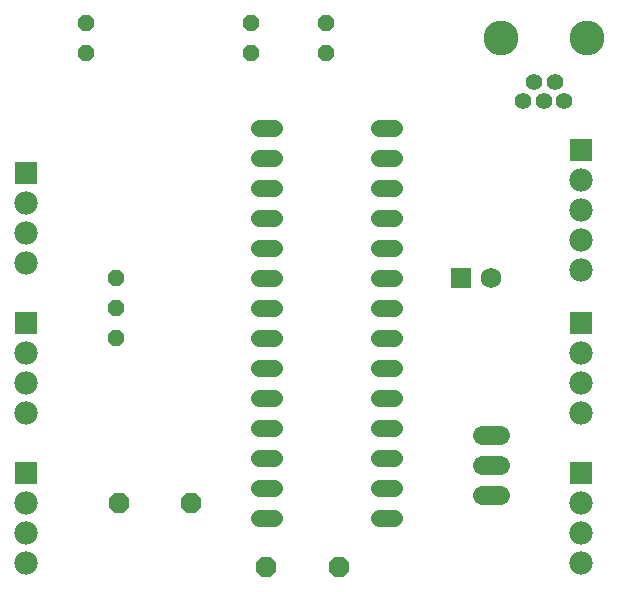
<source format=gbs>
G75*
%MOIN*%
%OFA0B0*%
%FSLAX24Y24*%
%IPPOS*%
%LPD*%
%AMOC8*
5,1,8,0,0,1.08239X$1,22.5*
%
%ADD10R,0.0780X0.0780*%
%ADD11C,0.0780*%
%ADD12C,0.0560*%
%ADD13C,0.0555*%
%ADD14C,0.1162*%
%ADD15C,0.0640*%
%ADD16OC8,0.0560*%
%ADD17OC8,0.0560*%
%ADD18OC8,0.0690*%
%ADD19R,0.0690X0.0690*%
%ADD20C,0.0690*%
D10*
X000650Y004150D03*
X000650Y009150D03*
X000650Y014150D03*
X019150Y014900D03*
X019150Y009150D03*
X019150Y004150D03*
D11*
X000650Y001150D03*
X000650Y002150D03*
X000650Y003150D03*
X000650Y006150D03*
X000650Y007150D03*
X000650Y008150D03*
X000650Y011150D03*
X000650Y012150D03*
X000650Y013150D03*
X019150Y012900D03*
X019150Y011900D03*
X019150Y010900D03*
X019150Y008150D03*
X019150Y007150D03*
X019150Y006150D03*
X019150Y003150D03*
X019150Y002150D03*
X019150Y001150D03*
X019150Y013900D03*
D12*
X012910Y013650D02*
X012390Y013650D01*
X012390Y012650D02*
X012910Y012650D01*
X012910Y011650D02*
X012390Y011650D01*
X012390Y010650D02*
X012910Y010650D01*
X012910Y009650D02*
X012390Y009650D01*
X012390Y008650D02*
X012910Y008650D01*
X012910Y007650D02*
X012390Y007650D01*
X012390Y006650D02*
X012910Y006650D01*
X012910Y005650D02*
X012390Y005650D01*
X012390Y004650D02*
X012910Y004650D01*
X012910Y003650D02*
X012390Y003650D01*
X012390Y002650D02*
X012910Y002650D01*
X008910Y002650D02*
X008390Y002650D01*
X008390Y003650D02*
X008910Y003650D01*
X008910Y004650D02*
X008390Y004650D01*
X008390Y005650D02*
X008910Y005650D01*
X008910Y006650D02*
X008390Y006650D01*
X008390Y007650D02*
X008910Y007650D01*
X008910Y008650D02*
X008390Y008650D01*
X008390Y009650D02*
X008910Y009650D01*
X008910Y010650D02*
X008390Y010650D01*
X008390Y011650D02*
X008910Y011650D01*
X008910Y012650D02*
X008390Y012650D01*
X008390Y013650D02*
X008910Y013650D01*
X008910Y014650D02*
X008390Y014650D01*
X008390Y015650D02*
X008910Y015650D01*
X012390Y015650D02*
X012910Y015650D01*
X012910Y014650D02*
X012390Y014650D01*
D13*
X017200Y016550D03*
X017570Y017170D03*
X018260Y017170D03*
X018570Y016550D03*
X017900Y016550D03*
D14*
X016463Y018650D03*
X019337Y018650D03*
D15*
X016450Y005400D02*
X015850Y005400D01*
X015850Y004400D02*
X016450Y004400D01*
X016450Y003400D02*
X015850Y003400D01*
D16*
X010650Y018150D03*
X010650Y019150D03*
X008150Y019150D03*
X008150Y018150D03*
X002650Y018150D03*
X002650Y019150D03*
D17*
X003650Y010650D03*
X003650Y009650D03*
X003650Y008650D03*
D18*
X003748Y003150D03*
X006150Y003150D03*
X008650Y001025D03*
X011052Y001025D03*
D19*
X015150Y010650D03*
D20*
X016150Y010650D03*
M02*

</source>
